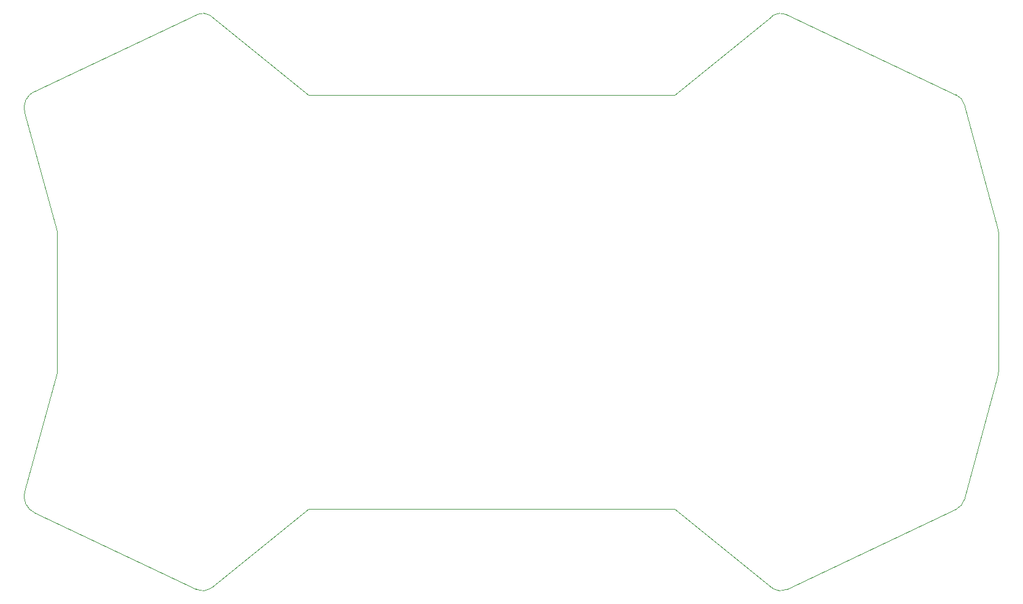
<source format=gbr>
G04 #@! TF.FileFunction,Profile,NP*
%FSLAX46Y46*%
G04 Gerber Fmt 4.6, Leading zero omitted, Abs format (unit mm)*
G04 Created by KiCad (PCBNEW (2015-05-01 BZR 5636)-product) date Thu 04 Jun 2015 08:42:48 AM PDT*
%MOMM*%
G01*
G04 APERTURE LIST*
%ADD10C,0.100000*%
G04 APERTURE END LIST*
D10*
X209930033Y-100054378D02*
G75*
G03X210000000Y-99530000I-1930033J524378D01*
G01*
X209930033Y-79945622D02*
G75*
G02X210000000Y-80470000I-1930033J-524378D01*
G01*
X76904087Y-60903399D02*
G75*
G03X75550000Y-63840000I1075913J-2276601D01*
G01*
X76904087Y-119096601D02*
G75*
G02X75550000Y-116160000I1075913J2276601D01*
G01*
X99260098Y-129661565D02*
G75*
G03X101380000Y-129410000I859902J1811565D01*
G01*
X180739902Y-129661565D02*
G75*
G02X178620000Y-129410000I-859902J1811565D01*
G01*
X180739902Y-50338435D02*
G75*
G03X178620000Y-50590000I-859902J-1811565D01*
G01*
X204168024Y-61404703D02*
G75*
G02X205240000Y-62690000I-858024J-1805297D01*
G01*
X205237256Y-117305057D02*
G75*
G02X204170000Y-118590000I-1927256J515057D01*
G01*
X99260098Y-50338435D02*
G75*
G02X101380000Y-50590000I859902J-1811565D01*
G01*
X209930000Y-79940000D02*
X205240000Y-62690000D01*
X210000000Y-99530000D02*
X210000000Y-80470000D01*
X80000000Y-99800000D02*
X75550000Y-116160000D01*
X80000000Y-80200000D02*
X80000000Y-99800000D01*
X75550000Y-63840000D02*
X80000000Y-80200000D01*
X99260000Y-129660000D02*
X76910000Y-119100000D01*
X114700000Y-118600000D02*
X101380000Y-129410000D01*
X165300000Y-118600000D02*
X114700000Y-118600000D01*
X178620000Y-129410000D02*
X165300000Y-118600000D01*
X204170000Y-118590000D02*
X180740000Y-129660000D01*
X209930000Y-100060000D02*
X205240000Y-117310000D01*
X180740000Y-50340000D02*
X204170000Y-61410000D01*
X165300000Y-61400000D02*
X178620000Y-50590000D01*
X114700000Y-61400000D02*
X165300000Y-61400000D01*
X101380000Y-50590000D02*
X114700000Y-61400000D01*
X76910000Y-60900000D02*
X99260000Y-50340000D01*
M02*

</source>
